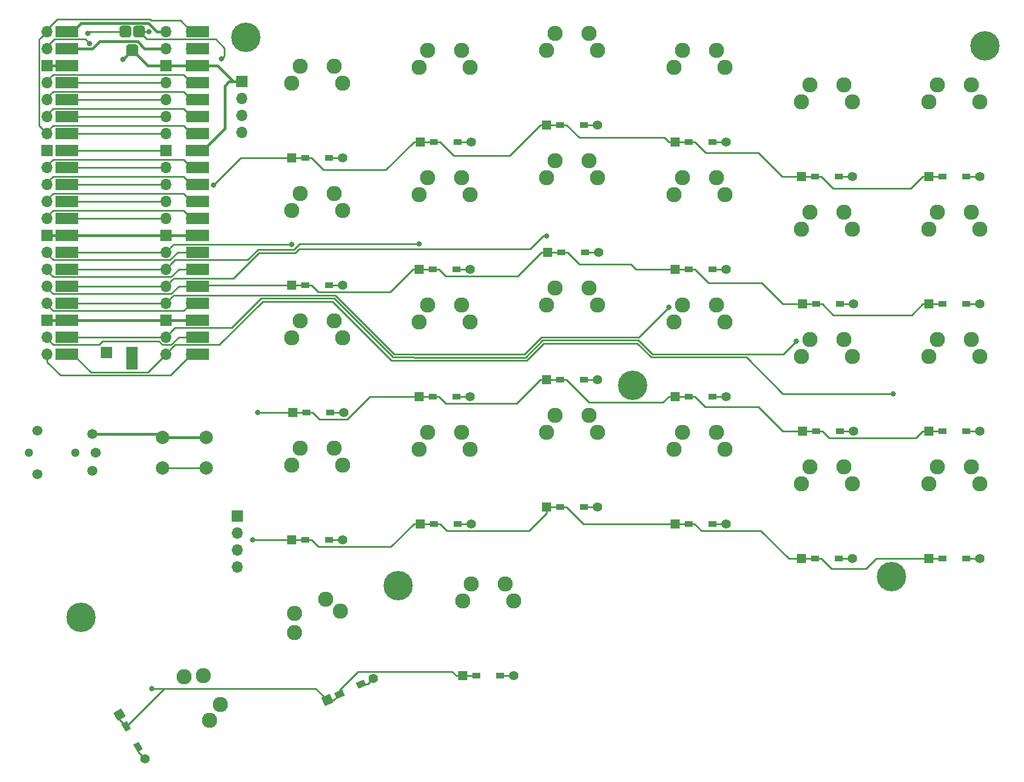
<source format=gbr>
G04 #@! TF.GenerationSoftware,KiCad,Pcbnew,(5.1.4)-1*
G04 #@! TF.CreationDate,2021-06-26T01:07:56+08:00*
G04 #@! TF.ProjectId,Split Keeb,53706c69-7420-44b6-9565-622e6b696361,rev?*
G04 #@! TF.SameCoordinates,Original*
G04 #@! TF.FileFunction,Copper,L2,Bot*
G04 #@! TF.FilePolarity,Positive*
%FSLAX46Y46*%
G04 Gerber Fmt 4.6, Leading zero omitted, Abs format (unit mm)*
G04 Created by KiCad (PCBNEW (5.1.4)-1) date 2021-06-26 01:07:56*
%MOMM*%
%LPD*%
G04 APERTURE LIST*
%ADD10C,2.286000*%
%ADD11R,3.500000X1.700000*%
%ADD12R,1.700000X1.700000*%
%ADD13R,1.700000X3.500000*%
%ADD14O,1.700000X1.700000*%
%ADD15C,0.100000*%
%ADD16C,1.750000*%
%ADD17C,2.000000*%
%ADD18C,1.300000*%
%ADD19C,1.500000*%
%ADD20C,4.400000*%
%ADD21C,1.397000*%
%ADD22R,1.397000X1.397000*%
%ADD23R,1.300000X0.950000*%
%ADD24C,0.950000*%
%ADD25C,0.800000*%
%ADD26C,0.250000*%
%ADD27C,0.400000*%
G04 APERTURE END LIST*
D10*
X136779000Y-136779000D03*
X143129000Y-134239000D03*
X138049000Y-134239000D03*
X144399000Y-136779000D03*
X111608143Y-141508070D03*
X116289747Y-136522422D03*
X111685703Y-138669323D03*
X118514208Y-138287719D03*
X95163705Y-148083471D03*
X100538409Y-152312733D03*
X97998409Y-147913323D03*
X98973705Y-154682585D03*
X206502000Y-119253000D03*
X212852000Y-116713000D03*
X207772000Y-116713000D03*
X214122000Y-119253000D03*
X187452000Y-119253000D03*
X193802000Y-116713000D03*
X188722000Y-116713000D03*
X195072000Y-119253000D03*
X168402000Y-114046000D03*
X174752000Y-111506000D03*
X169672000Y-111506000D03*
X176022000Y-114046000D03*
X149352000Y-111506000D03*
X155702000Y-108966000D03*
X150622000Y-108966000D03*
X156972000Y-111506000D03*
X130302000Y-114046000D03*
X136652000Y-111506000D03*
X131572000Y-111506000D03*
X137922000Y-114046000D03*
X111252000Y-116459000D03*
X117602000Y-113919000D03*
X112522000Y-113919000D03*
X118872000Y-116459000D03*
X206502000Y-100203000D03*
X212852000Y-97663000D03*
X207772000Y-97663000D03*
X214122000Y-100203000D03*
X187452000Y-100203000D03*
X193802000Y-97663000D03*
X188722000Y-97663000D03*
X195072000Y-100203000D03*
X168402000Y-94996000D03*
X174752000Y-92456000D03*
X169672000Y-92456000D03*
X176022000Y-94996000D03*
X149352000Y-92456000D03*
X155702000Y-89916000D03*
X150622000Y-89916000D03*
X156972000Y-92456000D03*
X130302000Y-94996000D03*
X136652000Y-92456000D03*
X131572000Y-92456000D03*
X137922000Y-94996000D03*
X111252000Y-97409000D03*
X117602000Y-94869000D03*
X112522000Y-94869000D03*
X118872000Y-97409000D03*
X206502000Y-81153000D03*
X212852000Y-78613000D03*
X207772000Y-78613000D03*
X214122000Y-81153000D03*
X187452000Y-81153000D03*
X193802000Y-78613000D03*
X188722000Y-78613000D03*
X195072000Y-81153000D03*
X168402000Y-75946000D03*
X174752000Y-73406000D03*
X169672000Y-73406000D03*
X176022000Y-75946000D03*
X149352000Y-73406000D03*
X155702000Y-70866000D03*
X150622000Y-70866000D03*
X156972000Y-73406000D03*
X130302000Y-75946000D03*
X136652000Y-73406000D03*
X131572000Y-73406000D03*
X137922000Y-75946000D03*
X111252000Y-78359000D03*
X117602000Y-75819000D03*
X112522000Y-75819000D03*
X118872000Y-78359000D03*
X206502000Y-62103000D03*
X212852000Y-59563000D03*
X207772000Y-59563000D03*
X214122000Y-62103000D03*
X187452000Y-62103000D03*
X193802000Y-59563000D03*
X188722000Y-59563000D03*
X195072000Y-62103000D03*
X168402000Y-56896000D03*
X174752000Y-54356000D03*
X169672000Y-54356000D03*
X176022000Y-56896000D03*
X149352000Y-54356000D03*
X155702000Y-51816000D03*
X150622000Y-51816000D03*
X156972000Y-54356000D03*
X130302000Y-56896000D03*
X136652000Y-54356000D03*
X131572000Y-54356000D03*
X137922000Y-56896000D03*
X111252000Y-59309000D03*
X117602000Y-56769000D03*
X112522000Y-56769000D03*
X118872000Y-59309000D03*
D11*
X77586000Y-61722000D03*
X77586000Y-99822000D03*
X97166000Y-84582000D03*
X97166000Y-82042000D03*
X97166000Y-79502000D03*
X97166000Y-76962000D03*
X77586000Y-97282000D03*
X77586000Y-82042000D03*
X77586000Y-56642000D03*
X97166000Y-99822000D03*
X97166000Y-74422000D03*
X77586000Y-66802000D03*
X77586000Y-59182000D03*
X97166000Y-71882000D03*
X77586000Y-89662000D03*
D12*
X87376000Y-99592000D03*
D11*
X77586000Y-69342000D03*
X97166000Y-66802000D03*
X97166000Y-64262000D03*
X77586000Y-51562000D03*
X97166000Y-61722000D03*
X97166000Y-59182000D03*
X77586000Y-94742000D03*
X97166000Y-56642000D03*
X97166000Y-89662000D03*
X77586000Y-64262000D03*
X77586000Y-92202000D03*
X97166000Y-97282000D03*
X97166000Y-94742000D03*
X77586000Y-79502000D03*
X77586000Y-87122000D03*
X97166000Y-87122000D03*
X97166000Y-69342000D03*
X97166000Y-54102000D03*
X97166000Y-51562000D03*
D13*
X87376000Y-100492000D03*
D14*
X78486000Y-51562000D03*
D11*
X77586000Y-54102000D03*
X77586000Y-76962000D03*
D14*
X78486000Y-54102000D03*
D12*
X78486000Y-56642000D03*
D11*
X77586000Y-74422000D03*
X77586000Y-71882000D03*
X97166000Y-92202000D03*
X77586000Y-84582000D03*
D14*
X78486000Y-97282000D03*
X96266000Y-54102000D03*
X78486000Y-59182000D03*
X78486000Y-64262000D03*
D12*
X78486000Y-69342000D03*
X78486000Y-94742000D03*
D14*
X96266000Y-66802000D03*
X78486000Y-79502000D03*
D12*
X96266000Y-56642000D03*
D14*
X96266000Y-64262000D03*
X78486000Y-87122000D03*
D15*
G36*
X88872382Y-50694107D02*
G01*
X88914852Y-50700406D01*
X88956500Y-50710839D01*
X88996924Y-50725303D01*
X89035736Y-50743659D01*
X89072562Y-50765732D01*
X89107047Y-50791308D01*
X89138859Y-50820141D01*
X89167692Y-50851953D01*
X89193268Y-50886438D01*
X89215341Y-50923264D01*
X89233697Y-50962076D01*
X89248161Y-51002500D01*
X89258594Y-51044148D01*
X89264893Y-51086618D01*
X89267000Y-51129500D01*
X89267000Y-52004500D01*
X89264893Y-52047382D01*
X89258594Y-52089852D01*
X89248161Y-52131500D01*
X89233697Y-52171924D01*
X89215341Y-52210736D01*
X89193268Y-52247562D01*
X89167692Y-52282047D01*
X89138859Y-52313859D01*
X89107047Y-52342692D01*
X89072562Y-52368268D01*
X89035736Y-52390341D01*
X88996924Y-52408697D01*
X88956500Y-52423161D01*
X88914852Y-52433594D01*
X88872382Y-52439893D01*
X88829500Y-52442000D01*
X87954500Y-52442000D01*
X87911618Y-52439893D01*
X87869148Y-52433594D01*
X87827500Y-52423161D01*
X87787076Y-52408697D01*
X87748264Y-52390341D01*
X87711438Y-52368268D01*
X87676953Y-52342692D01*
X87645141Y-52313859D01*
X87616308Y-52282047D01*
X87590732Y-52247562D01*
X87568659Y-52210736D01*
X87550303Y-52171924D01*
X87535839Y-52131500D01*
X87525406Y-52089852D01*
X87519107Y-52047382D01*
X87517000Y-52004500D01*
X87517000Y-51129500D01*
X87519107Y-51086618D01*
X87525406Y-51044148D01*
X87535839Y-51002500D01*
X87550303Y-50962076D01*
X87568659Y-50923264D01*
X87590732Y-50886438D01*
X87616308Y-50851953D01*
X87645141Y-50820141D01*
X87676953Y-50791308D01*
X87711438Y-50765732D01*
X87748264Y-50743659D01*
X87787076Y-50725303D01*
X87827500Y-50710839D01*
X87869148Y-50700406D01*
X87911618Y-50694107D01*
X87954500Y-50692000D01*
X88829500Y-50692000D01*
X88872382Y-50694107D01*
X88872382Y-50694107D01*
G37*
D16*
X88392000Y-51567000D03*
D15*
G36*
X86840382Y-50694107D02*
G01*
X86882852Y-50700406D01*
X86924500Y-50710839D01*
X86964924Y-50725303D01*
X87003736Y-50743659D01*
X87040562Y-50765732D01*
X87075047Y-50791308D01*
X87106859Y-50820141D01*
X87135692Y-50851953D01*
X87161268Y-50886438D01*
X87183341Y-50923264D01*
X87201697Y-50962076D01*
X87216161Y-51002500D01*
X87226594Y-51044148D01*
X87232893Y-51086618D01*
X87235000Y-51129500D01*
X87235000Y-52004500D01*
X87232893Y-52047382D01*
X87226594Y-52089852D01*
X87216161Y-52131500D01*
X87201697Y-52171924D01*
X87183341Y-52210736D01*
X87161268Y-52247562D01*
X87135692Y-52282047D01*
X87106859Y-52313859D01*
X87075047Y-52342692D01*
X87040562Y-52368268D01*
X87003736Y-52390341D01*
X86964924Y-52408697D01*
X86924500Y-52423161D01*
X86882852Y-52433594D01*
X86840382Y-52439893D01*
X86797500Y-52442000D01*
X85922500Y-52442000D01*
X85879618Y-52439893D01*
X85837148Y-52433594D01*
X85795500Y-52423161D01*
X85755076Y-52408697D01*
X85716264Y-52390341D01*
X85679438Y-52368268D01*
X85644953Y-52342692D01*
X85613141Y-52313859D01*
X85584308Y-52282047D01*
X85558732Y-52247562D01*
X85536659Y-52210736D01*
X85518303Y-52171924D01*
X85503839Y-52131500D01*
X85493406Y-52089852D01*
X85487107Y-52047382D01*
X85485000Y-52004500D01*
X85485000Y-51129500D01*
X85487107Y-51086618D01*
X85493406Y-51044148D01*
X85503839Y-51002500D01*
X85518303Y-50962076D01*
X85536659Y-50923264D01*
X85558732Y-50886438D01*
X85584308Y-50851953D01*
X85613141Y-50820141D01*
X85644953Y-50791308D01*
X85679438Y-50765732D01*
X85716264Y-50743659D01*
X85755076Y-50725303D01*
X85795500Y-50710839D01*
X85837148Y-50700406D01*
X85879618Y-50694107D01*
X85922500Y-50692000D01*
X86797500Y-50692000D01*
X86840382Y-50694107D01*
X86840382Y-50694107D01*
G37*
D16*
X86360000Y-51567000D03*
D14*
X96266000Y-59182000D03*
X96266000Y-76962000D03*
X96266000Y-87122000D03*
X78486000Y-89662000D03*
X78486000Y-71882000D03*
X78486000Y-99822000D03*
X96266000Y-74422000D03*
X78486000Y-74422000D03*
X78486000Y-76962000D03*
D12*
X78486000Y-82042000D03*
D14*
X96266000Y-84582000D03*
X96266000Y-89662000D03*
X78486000Y-66802000D03*
D12*
X96266000Y-82042000D03*
D14*
X96266000Y-99822000D03*
X96266000Y-79502000D03*
X96266000Y-71882000D03*
X96266000Y-61722000D03*
D12*
X96266000Y-69342000D03*
X96266000Y-94742000D03*
D14*
X96266000Y-51562000D03*
X96266000Y-92202000D03*
X78486000Y-84582000D03*
X96266000Y-97282000D03*
D15*
G36*
X87856382Y-53469107D02*
G01*
X87898852Y-53475406D01*
X87940500Y-53485839D01*
X87980924Y-53500303D01*
X88019736Y-53518659D01*
X88056562Y-53540732D01*
X88091047Y-53566308D01*
X88122859Y-53595141D01*
X88151692Y-53626953D01*
X88177268Y-53661438D01*
X88199341Y-53698264D01*
X88217697Y-53737076D01*
X88232161Y-53777500D01*
X88242594Y-53819148D01*
X88248893Y-53861618D01*
X88251000Y-53904500D01*
X88251000Y-54779500D01*
X88248893Y-54822382D01*
X88242594Y-54864852D01*
X88232161Y-54906500D01*
X88217697Y-54946924D01*
X88199341Y-54985736D01*
X88177268Y-55022562D01*
X88151692Y-55057047D01*
X88122859Y-55088859D01*
X88091047Y-55117692D01*
X88056562Y-55143268D01*
X88019736Y-55165341D01*
X87980924Y-55183697D01*
X87940500Y-55198161D01*
X87898852Y-55208594D01*
X87856382Y-55214893D01*
X87813500Y-55217000D01*
X86938500Y-55217000D01*
X86895618Y-55214893D01*
X86853148Y-55208594D01*
X86811500Y-55198161D01*
X86771076Y-55183697D01*
X86732264Y-55165341D01*
X86695438Y-55143268D01*
X86660953Y-55117692D01*
X86629141Y-55088859D01*
X86600308Y-55057047D01*
X86574732Y-55022562D01*
X86552659Y-54985736D01*
X86534303Y-54946924D01*
X86519839Y-54906500D01*
X86509406Y-54864852D01*
X86503107Y-54822382D01*
X86501000Y-54779500D01*
X86501000Y-53904500D01*
X86503107Y-53861618D01*
X86509406Y-53819148D01*
X86519839Y-53777500D01*
X86534303Y-53737076D01*
X86552659Y-53698264D01*
X86574732Y-53661438D01*
X86600308Y-53626953D01*
X86629141Y-53595141D01*
X86660953Y-53566308D01*
X86695438Y-53540732D01*
X86732264Y-53518659D01*
X86771076Y-53500303D01*
X86811500Y-53485839D01*
X86853148Y-53475406D01*
X86895618Y-53469107D01*
X86938500Y-53467000D01*
X87813500Y-53467000D01*
X87856382Y-53469107D01*
X87856382Y-53469107D01*
G37*
D16*
X87376000Y-54342000D03*
D14*
X78486000Y-61722000D03*
X78486000Y-92202000D03*
X74676000Y-51562000D03*
X74676000Y-54102000D03*
D12*
X74676000Y-56642000D03*
D14*
X74676000Y-59182000D03*
X74676000Y-61722000D03*
X74676000Y-64262000D03*
X74676000Y-66802000D03*
D12*
X74676000Y-69342000D03*
D14*
X74676000Y-71882000D03*
X74676000Y-74422000D03*
X74676000Y-76962000D03*
X74676000Y-79502000D03*
D12*
X74676000Y-82042000D03*
D14*
X74676000Y-84582000D03*
X74676000Y-87122000D03*
X74676000Y-89662000D03*
X74676000Y-92202000D03*
D12*
X74676000Y-94742000D03*
D14*
X74676000Y-97282000D03*
X74676000Y-99822000D03*
X92456000Y-99822000D03*
X92456000Y-97282000D03*
D12*
X92456000Y-94742000D03*
D14*
X92456000Y-92202000D03*
X92456000Y-89662000D03*
X92456000Y-87122000D03*
X92456000Y-84582000D03*
D12*
X92456000Y-82042000D03*
D14*
X92456000Y-79502000D03*
X92456000Y-76962000D03*
X92456000Y-74422000D03*
X92456000Y-71882000D03*
D12*
X92456000Y-69342000D03*
D14*
X92456000Y-66802000D03*
X92456000Y-64262000D03*
X92456000Y-61722000D03*
X92456000Y-59182000D03*
D12*
X92456000Y-56642000D03*
D14*
X92456000Y-54102000D03*
X92456000Y-51562000D03*
D12*
X83566000Y-99592000D03*
D14*
X103759000Y-66675000D03*
X103759000Y-64135000D03*
X103759000Y-61595000D03*
D12*
X103759000Y-59055000D03*
D17*
X91925000Y-116840000D03*
X91925000Y-112340000D03*
X98425000Y-116840000D03*
X98425000Y-112340000D03*
D14*
X103124000Y-131699000D03*
X103124000Y-129159000D03*
X103124000Y-126619000D03*
D12*
X103124000Y-124079000D03*
D18*
X78915000Y-114554000D03*
D19*
X73215000Y-117804000D03*
X73215000Y-111304000D03*
X81915000Y-114554000D03*
X81415000Y-117304000D03*
X81415000Y-111804000D03*
D18*
X71915000Y-114554000D03*
D20*
X214884000Y-53721000D03*
X127127000Y-134493000D03*
X162179000Y-104521000D03*
X200914000Y-133096000D03*
X79756000Y-139192000D03*
X104394000Y-52451000D03*
D21*
X144399000Y-147955000D03*
D22*
X136779000Y-147955000D03*
D23*
X138814000Y-147955000D03*
X142364000Y-147955000D03*
D21*
X123440368Y-148361183D03*
X116534302Y-151581535D03*
D15*
G36*
X116196445Y-152509790D02*
G01*
X115606047Y-151243678D01*
X116872159Y-150653280D01*
X117462557Y-151919392D01*
X116196445Y-152509790D01*
X116196445Y-152509790D01*
G37*
D24*
X118378639Y-150721506D03*
D15*
G36*
X117990283Y-151426704D02*
G01*
X117588795Y-150565712D01*
X118766995Y-150016308D01*
X119168483Y-150877300D01*
X117990283Y-151426704D01*
X117990283Y-151426704D01*
G37*
D24*
X121596031Y-149221212D03*
D15*
G36*
X121207675Y-149926410D02*
G01*
X120806187Y-149065418D01*
X121984387Y-148516014D01*
X122385875Y-149377006D01*
X121207675Y-149926410D01*
X121207675Y-149926410D01*
G37*
D21*
X89274834Y-160386719D03*
X85464834Y-153787605D03*
D15*
G36*
X84510665Y-153531936D02*
G01*
X85720503Y-152833436D01*
X86419003Y-154043274D01*
X85209165Y-154741774D01*
X84510665Y-153531936D01*
X84510665Y-153531936D01*
G37*
D24*
X86482334Y-155549967D03*
D15*
G36*
X85745972Y-155224550D02*
G01*
X86568696Y-154749550D01*
X87218696Y-155875384D01*
X86395972Y-156350384D01*
X85745972Y-155224550D01*
X85745972Y-155224550D01*
G37*
D24*
X88257334Y-158624357D03*
D15*
G36*
X87520972Y-158298940D02*
G01*
X88343696Y-157823940D01*
X88993696Y-158949774D01*
X88170972Y-159424774D01*
X87520972Y-158298940D01*
X87520972Y-158298940D01*
G37*
D21*
X214122000Y-130429000D03*
D22*
X206502000Y-130429000D03*
D23*
X208537000Y-130429000D03*
X212087000Y-130429000D03*
D21*
X195072000Y-130429000D03*
D22*
X187452000Y-130429000D03*
D23*
X189487000Y-130429000D03*
X193037000Y-130429000D03*
D21*
X176146000Y-125222000D03*
D22*
X168526000Y-125222000D03*
D23*
X170561000Y-125222000D03*
X174111000Y-125222000D03*
D21*
X156972000Y-122682000D03*
D22*
X149352000Y-122682000D03*
D23*
X151387000Y-122682000D03*
X154937000Y-122682000D03*
D21*
X138049000Y-125222000D03*
D22*
X130429000Y-125222000D03*
D23*
X132464000Y-125222000D03*
X136014000Y-125222000D03*
D21*
X118872000Y-127635000D03*
D22*
X111252000Y-127635000D03*
D23*
X113287000Y-127635000D03*
X116837000Y-127635000D03*
D21*
X214122000Y-111379000D03*
D22*
X206502000Y-111379000D03*
D23*
X208537000Y-111379000D03*
X212087000Y-111379000D03*
D21*
X195199000Y-111379000D03*
D22*
X187579000Y-111379000D03*
D23*
X189614000Y-111379000D03*
X193164000Y-111379000D03*
D21*
X176149000Y-106172000D03*
D22*
X168529000Y-106172000D03*
D23*
X170564000Y-106172000D03*
X174114000Y-106172000D03*
D21*
X156972000Y-103632000D03*
D22*
X149352000Y-103632000D03*
D23*
X151387000Y-103632000D03*
X154937000Y-103632000D03*
D21*
X137922000Y-106172000D03*
D22*
X130302000Y-106172000D03*
D23*
X132337000Y-106172000D03*
X135887000Y-106172000D03*
D21*
X118999000Y-108585000D03*
D22*
X111379000Y-108585000D03*
D23*
X113414000Y-108585000D03*
X116964000Y-108585000D03*
D21*
X214122000Y-92329000D03*
D22*
X206502000Y-92329000D03*
D23*
X208537000Y-92329000D03*
X212087000Y-92329000D03*
D21*
X195199000Y-92329000D03*
D22*
X187579000Y-92329000D03*
D23*
X189614000Y-92329000D03*
X193164000Y-92329000D03*
D21*
X176149000Y-87122000D03*
D22*
X168529000Y-87122000D03*
D23*
X170564000Y-87122000D03*
X174114000Y-87122000D03*
D21*
X157099000Y-84582000D03*
D22*
X149479000Y-84582000D03*
D23*
X151514000Y-84582000D03*
X155064000Y-84582000D03*
D21*
X137922000Y-87122000D03*
D22*
X130302000Y-87122000D03*
D23*
X132337000Y-87122000D03*
X135887000Y-87122000D03*
D21*
X118872000Y-89535000D03*
D22*
X111252000Y-89535000D03*
D23*
X113287000Y-89535000D03*
X116837000Y-89535000D03*
D21*
X214122000Y-73279000D03*
D22*
X206502000Y-73279000D03*
D23*
X208537000Y-73279000D03*
X212087000Y-73279000D03*
D21*
X195072000Y-73279000D03*
D22*
X187452000Y-73279000D03*
D23*
X189487000Y-73279000D03*
X193037000Y-73279000D03*
D21*
X176152000Y-68072000D03*
D22*
X168532000Y-68072000D03*
D23*
X170567000Y-68072000D03*
X174117000Y-68072000D03*
D21*
X156972000Y-65532000D03*
D22*
X149352000Y-65532000D03*
D23*
X151387000Y-65532000D03*
X154937000Y-65532000D03*
D21*
X138049000Y-68072000D03*
D22*
X130429000Y-68072000D03*
D23*
X132464000Y-68072000D03*
X136014000Y-68072000D03*
D21*
X118872000Y-70485000D03*
D22*
X111252000Y-70485000D03*
D23*
X113287000Y-70485000D03*
X116837000Y-70485000D03*
D25*
X99568000Y-74549000D03*
X106172000Y-108585000D03*
X105410000Y-127635000D03*
X90297000Y-149860000D03*
X85979000Y-55753000D03*
X100748000Y-55626000D03*
X89916000Y-51562000D03*
X80716704Y-51823599D03*
X111252000Y-83439000D03*
X130302000Y-83376998D03*
X149352000Y-82169000D03*
X167640000Y-92837000D03*
X186690000Y-97917000D03*
X201168000Y-105791000D03*
X81026000Y-53340000D03*
D26*
X118872000Y-70485000D02*
X116837000Y-70485000D01*
X208537000Y-73279000D02*
X206502000Y-73279000D01*
X205553500Y-73279000D02*
X203775500Y-75057000D01*
X206502000Y-73279000D02*
X205553500Y-73279000D01*
X190387000Y-73279000D02*
X189487000Y-73279000D01*
X192165000Y-75057000D02*
X190387000Y-73279000D01*
X203775500Y-75057000D02*
X192165000Y-75057000D01*
X189487000Y-73279000D02*
X187452000Y-73279000D01*
X187452000Y-73279000D02*
X184531000Y-73279000D01*
X184531000Y-73279000D02*
X180975000Y-69723000D01*
X171467000Y-68072000D02*
X170567000Y-68072000D01*
X173118000Y-69723000D02*
X171467000Y-68072000D01*
X180975000Y-69723000D02*
X173118000Y-69723000D01*
X170567000Y-68072000D02*
X168532000Y-68072000D01*
X151387000Y-65532000D02*
X149352000Y-65532000D01*
X167583500Y-68072000D02*
X166948500Y-67437000D01*
X168532000Y-68072000D02*
X167583500Y-68072000D01*
X152287000Y-65532000D02*
X151387000Y-65532000D01*
X154192000Y-67437000D02*
X152287000Y-65532000D01*
X166948500Y-67437000D02*
X154192000Y-67437000D01*
X130429000Y-68072000D02*
X132464000Y-68072000D01*
X148403500Y-65532000D02*
X143831500Y-70104000D01*
X149352000Y-65532000D02*
X148403500Y-65532000D01*
X133364000Y-68072000D02*
X132464000Y-68072000D01*
X135396000Y-70104000D02*
X133364000Y-68072000D01*
X143831500Y-70104000D02*
X135396000Y-70104000D01*
X113287000Y-70485000D02*
X111252000Y-70485000D01*
X130429000Y-68072000D02*
X129480500Y-68072000D01*
X114187000Y-70485000D02*
X113287000Y-70485000D01*
X115965000Y-72263000D02*
X114187000Y-70485000D01*
X125289500Y-72263000D02*
X115965000Y-72263000D01*
X129480500Y-68072000D02*
X125289500Y-72263000D01*
X111252000Y-70485000D02*
X103632000Y-70485000D01*
X103632000Y-70485000D02*
X99568000Y-74549000D01*
X94359590Y-87122000D02*
X96266000Y-87122000D01*
X93184589Y-88297001D02*
X94359590Y-87122000D01*
X75575999Y-88297001D02*
X93184589Y-88297001D01*
X74676000Y-87397002D02*
X75575999Y-88297001D01*
X74676000Y-87122000D02*
X74676000Y-87397002D01*
X136014000Y-68072000D02*
X138049000Y-68072000D01*
X156972000Y-65532000D02*
X154937000Y-65532000D01*
X174117000Y-68072000D02*
X176152000Y-68072000D01*
X195072000Y-73279000D02*
X193037000Y-73279000D01*
X212087000Y-73279000D02*
X214122000Y-73279000D01*
X116837000Y-89535000D02*
X118872000Y-89535000D01*
X208537000Y-92329000D02*
X206502000Y-92329000D01*
X205553500Y-92329000D02*
X203902500Y-93980000D01*
X206502000Y-92329000D02*
X205553500Y-92329000D01*
X190514000Y-92329000D02*
X189614000Y-92329000D01*
X192165000Y-93980000D02*
X190514000Y-92329000D01*
X203902500Y-93980000D02*
X192165000Y-93980000D01*
X189614000Y-92329000D02*
X187579000Y-92329000D01*
X187579000Y-92329000D02*
X184658000Y-92329000D01*
X184658000Y-92329000D02*
X181483000Y-89154000D01*
X171464000Y-87122000D02*
X170564000Y-87122000D01*
X173496000Y-89154000D02*
X171464000Y-87122000D01*
X181483000Y-89154000D02*
X173496000Y-89154000D01*
X170564000Y-87122000D02*
X168529000Y-87122000D01*
X151514000Y-84582000D02*
X149479000Y-84582000D01*
X168529000Y-87122000D02*
X162687000Y-87122000D01*
X162687000Y-87122000D02*
X161925000Y-86360000D01*
X152414000Y-84582000D02*
X151514000Y-84582000D01*
X154192000Y-86360000D02*
X152414000Y-84582000D01*
X161925000Y-86360000D02*
X154192000Y-86360000D01*
X130302000Y-87122000D02*
X132337000Y-87122000D01*
X133237000Y-87122000D02*
X132337000Y-87122000D01*
X134260501Y-88145501D02*
X133237000Y-87122000D01*
X144966999Y-88145501D02*
X134260501Y-88145501D01*
X148530500Y-84582000D02*
X144966999Y-88145501D01*
X149479000Y-84582000D02*
X148530500Y-84582000D01*
X111252000Y-89535000D02*
X113287000Y-89535000D01*
X114187000Y-89535000D02*
X113287000Y-89535000D01*
X115210501Y-90558501D02*
X114187000Y-89535000D01*
X125916999Y-90558501D02*
X115210501Y-90558501D01*
X129353500Y-87122000D02*
X125916999Y-90558501D01*
X130302000Y-87122000D02*
X129353500Y-87122000D01*
X96393000Y-89535000D02*
X96266000Y-89662000D01*
X111252000Y-89535000D02*
X96393000Y-89535000D01*
X74676000Y-89937002D02*
X74676000Y-89662000D01*
X75575999Y-90837001D02*
X74676000Y-89937002D01*
X93184589Y-90837001D02*
X75575999Y-90837001D01*
X94359590Y-89662000D02*
X93184589Y-90837001D01*
X96266000Y-89662000D02*
X94359590Y-89662000D01*
X135887000Y-87122000D02*
X137922000Y-87122000D01*
X155064000Y-84582000D02*
X157099000Y-84582000D01*
X176149000Y-87122000D02*
X174114000Y-87122000D01*
X193164000Y-92329000D02*
X195199000Y-92329000D01*
X212087000Y-92329000D02*
X214122000Y-92329000D01*
X118999000Y-108585000D02*
X116964000Y-108585000D01*
X208537000Y-111379000D02*
X206502000Y-111379000D01*
X190514000Y-111379000D02*
X189614000Y-111379000D01*
X191537501Y-112402501D02*
X190514000Y-111379000D01*
X204529999Y-112402501D02*
X191537501Y-112402501D01*
X205553500Y-111379000D02*
X204529999Y-112402501D01*
X206502000Y-111379000D02*
X205553500Y-111379000D01*
X189614000Y-111379000D02*
X187579000Y-111379000D01*
X187579000Y-111379000D02*
X184658000Y-111379000D01*
X184658000Y-111379000D02*
X180975000Y-107696000D01*
X171464000Y-106172000D02*
X170564000Y-106172000D01*
X172988000Y-107696000D02*
X171464000Y-106172000D01*
X180975000Y-107696000D02*
X172988000Y-107696000D01*
X170564000Y-106172000D02*
X168529000Y-106172000D01*
X151387000Y-103632000D02*
X149352000Y-103632000D01*
X152287000Y-103632000D02*
X151387000Y-103632000D01*
X155701001Y-107046001D02*
X152287000Y-103632000D01*
X166706499Y-107046001D02*
X155701001Y-107046001D01*
X167580500Y-106172000D02*
X166706499Y-107046001D01*
X168529000Y-106172000D02*
X167580500Y-106172000D01*
X132337000Y-106172000D02*
X130302000Y-106172000D01*
X133237000Y-106172000D02*
X132337000Y-106172000D01*
X134260501Y-107195501D02*
X133237000Y-106172000D01*
X144839999Y-107195501D02*
X134260501Y-107195501D01*
X148403500Y-103632000D02*
X144839999Y-107195501D01*
X149352000Y-103632000D02*
X148403500Y-103632000D01*
X114314000Y-108585000D02*
X113414000Y-108585000D01*
X115337501Y-109608501D02*
X114314000Y-108585000D01*
X119490281Y-109608501D02*
X115337501Y-109608501D01*
X122926782Y-106172000D02*
X119490281Y-109608501D01*
X130302000Y-106172000D02*
X122926782Y-106172000D01*
X113414000Y-108585000D02*
X111379000Y-108585000D01*
X111379000Y-108585000D02*
X106172000Y-108585000D01*
X95090999Y-93377001D02*
X96266000Y-92202000D01*
X75575999Y-93377001D02*
X95090999Y-93377001D01*
X74676000Y-92477002D02*
X75575999Y-93377001D01*
X74676000Y-92202000D02*
X74676000Y-92477002D01*
X137922000Y-106172000D02*
X135887000Y-106172000D01*
X156972000Y-103632000D02*
X154937000Y-103632000D01*
X174114000Y-106172000D02*
X176149000Y-106172000D01*
X195199000Y-111379000D02*
X193164000Y-111379000D01*
X212087000Y-111379000D02*
X214122000Y-111379000D01*
X116837000Y-127635000D02*
X118872000Y-127635000D01*
X208537000Y-130429000D02*
X206502000Y-130429000D01*
X206502000Y-130429000D02*
X198628000Y-130429000D01*
X190387000Y-130429000D02*
X189487000Y-130429000D01*
X191911000Y-131953000D02*
X190387000Y-130429000D01*
X197104000Y-131953000D02*
X191911000Y-131953000D01*
X198628000Y-130429000D02*
X197104000Y-131953000D01*
X189487000Y-130429000D02*
X187452000Y-130429000D01*
X187452000Y-130429000D02*
X185547000Y-130429000D01*
X171461000Y-125222000D02*
X170561000Y-125222000D01*
X172484501Y-126245501D02*
X171461000Y-125222000D01*
X181363501Y-126245501D02*
X172484501Y-126245501D01*
X185547000Y-130429000D02*
X181363501Y-126245501D01*
X170561000Y-125222000D02*
X168526000Y-125222000D01*
X151387000Y-122682000D02*
X149352000Y-122682000D01*
X152287000Y-122682000D02*
X151387000Y-122682000D01*
X154827000Y-125222000D02*
X152287000Y-122682000D01*
X168526000Y-125222000D02*
X154827000Y-125222000D01*
X132464000Y-125222000D02*
X130429000Y-125222000D01*
X133364000Y-125222000D02*
X132464000Y-125222000D01*
X134387501Y-126245501D02*
X133364000Y-125222000D01*
X146736999Y-126245501D02*
X134387501Y-126245501D01*
X149352000Y-123630500D02*
X146736999Y-126245501D01*
X149352000Y-122682000D02*
X149352000Y-123630500D01*
X114187000Y-127635000D02*
X113287000Y-127635000D01*
X115210501Y-128658501D02*
X114187000Y-127635000D01*
X126043999Y-128658501D02*
X115210501Y-128658501D01*
X129480500Y-125222000D02*
X126043999Y-128658501D01*
X130429000Y-125222000D02*
X129480500Y-125222000D01*
X111252000Y-127635000D02*
X105410000Y-127635000D01*
X94359590Y-97282000D02*
X96266000Y-97282000D01*
X91891999Y-98457001D02*
X93184589Y-98457001D01*
X91351998Y-97917000D02*
X91891999Y-98457001D01*
X82955998Y-97917000D02*
X91351998Y-97917000D01*
X82415997Y-98457001D02*
X82955998Y-97917000D01*
X93184589Y-98457001D02*
X94359590Y-97282000D01*
X75575999Y-98457001D02*
X82415997Y-98457001D01*
X74676000Y-97557002D02*
X75575999Y-98457001D01*
X74676000Y-97282000D02*
X74676000Y-97557002D01*
X113287000Y-127635000D02*
X111252000Y-127635000D01*
X138049000Y-125222000D02*
X136014000Y-125222000D01*
X154937000Y-122682000D02*
X156972000Y-122682000D01*
X174111000Y-125222000D02*
X176146000Y-125222000D01*
X195072000Y-130429000D02*
X193037000Y-130429000D01*
X212087000Y-130429000D02*
X214122000Y-130429000D01*
X88257334Y-159369219D02*
X89274834Y-160386719D01*
X88257334Y-158624357D02*
X88257334Y-159369219D01*
X136779000Y-147955000D02*
X138814000Y-147955000D01*
X117518610Y-151581535D02*
X118378639Y-150721506D01*
X116534302Y-151581535D02*
X117518610Y-151581535D01*
X85464834Y-154532467D02*
X86482334Y-155549967D01*
X85464834Y-153787605D02*
X85464834Y-154532467D01*
X115937980Y-150985213D02*
X116534302Y-151581535D01*
X114812767Y-149860000D02*
X115937980Y-150985213D01*
X92172301Y-149860000D02*
X114812767Y-149860000D01*
X86482334Y-155549967D02*
X92172301Y-149860000D01*
X135830500Y-147955000D02*
X136779000Y-147955000D01*
X135213182Y-147337682D02*
X135830500Y-147955000D01*
X121138359Y-147337682D02*
X135213182Y-147337682D01*
X118378639Y-150097402D02*
X121138359Y-147337682D01*
X118378639Y-150721506D02*
X118378639Y-150097402D01*
X92172301Y-149860000D02*
X90297000Y-149860000D01*
X93070989Y-103017011D02*
X96266000Y-99822000D01*
X76668930Y-103017011D02*
X93070989Y-103017011D01*
X74676000Y-101024081D02*
X76668930Y-103017011D01*
X74676000Y-99822000D02*
X74676000Y-101024081D01*
X122580339Y-149221212D02*
X123440368Y-148361183D01*
X121596031Y-149221212D02*
X122580339Y-149221212D01*
X142364000Y-147955000D02*
X144399000Y-147955000D01*
D27*
X79756010Y-50291990D02*
X78486000Y-51562000D01*
X89829992Y-50291990D02*
X79756010Y-50291990D01*
X91100002Y-51562000D02*
X89829992Y-50291990D01*
X92456000Y-51562000D02*
X91100002Y-51562000D01*
X91925000Y-112340000D02*
X98425000Y-112340000D01*
X91389000Y-111804000D02*
X91925000Y-112340000D01*
X81415000Y-111804000D02*
X91389000Y-111804000D01*
X96266000Y-94742000D02*
X92456000Y-94742000D01*
X78486000Y-94742000D02*
X74676000Y-94742000D01*
X74676000Y-82042000D02*
X78486000Y-82042000D01*
X92456000Y-82042000D02*
X96266000Y-82042000D01*
X74676000Y-56642000D02*
X78486000Y-56642000D01*
X92456000Y-56642000D02*
X96266000Y-56642000D01*
X89676000Y-56642000D02*
X87376000Y-54342000D01*
X92456000Y-56642000D02*
X89676000Y-56642000D01*
X87376000Y-54342000D02*
X87376000Y-54356000D01*
X87376000Y-54356000D02*
X85979000Y-55753000D01*
X100096000Y-56642000D02*
X96266000Y-56642000D01*
X102509000Y-59055000D02*
X100096000Y-56642000D01*
X103759000Y-59055000D02*
X102509000Y-59055000D01*
X102509000Y-59055000D02*
X101854000Y-59055000D01*
X101854000Y-59055000D02*
X101219000Y-59690000D01*
X97946002Y-69342000D02*
X96266000Y-69342000D01*
X101219000Y-66069002D02*
X97946002Y-69342000D01*
X101219000Y-59690000D02*
X101219000Y-66069002D01*
X91206000Y-82042000D02*
X78486000Y-82042000D01*
X92456000Y-82042000D02*
X91206000Y-82042000D01*
X91206000Y-94742000D02*
X78486000Y-94742000D01*
X92456000Y-94742000D02*
X91206000Y-94742000D01*
D26*
X78486000Y-59182000D02*
X92456000Y-59182000D01*
X78486000Y-61722000D02*
X92456000Y-61722000D01*
X78486000Y-66802000D02*
X92456000Y-66802000D01*
X94195002Y-84582000D02*
X96266000Y-84582000D01*
X93020001Y-85757001D02*
X94195002Y-84582000D01*
X75575999Y-85757001D02*
X93020001Y-85757001D01*
X74676000Y-84857002D02*
X75575999Y-85757001D01*
X74676000Y-84582000D02*
X74676000Y-84857002D01*
X78486000Y-64262000D02*
X92456000Y-64262000D01*
X78486000Y-69342000D02*
X92456000Y-69342000D01*
X78486000Y-71882000D02*
X92456000Y-71882000D01*
X78486000Y-74422000D02*
X92456000Y-74422000D01*
X91925000Y-116840000D02*
X98425000Y-116840000D01*
X78486000Y-76962000D02*
X92456000Y-76962000D01*
X78486000Y-79502000D02*
X92456000Y-79502000D01*
X95090999Y-78326999D02*
X96266000Y-79502000D01*
X75575999Y-78326999D02*
X95090999Y-78326999D01*
X74676000Y-79226998D02*
X75575999Y-78326999D01*
X74676000Y-79502000D02*
X74676000Y-79226998D01*
X95090999Y-63086999D02*
X96266000Y-64262000D01*
X75575999Y-63086999D02*
X95090999Y-63086999D01*
X74676000Y-63986998D02*
X75575999Y-63086999D01*
X74676000Y-64262000D02*
X74676000Y-63986998D01*
X95090999Y-58006999D02*
X96266000Y-59182000D01*
X75575999Y-58006999D02*
X95090999Y-58006999D01*
X74676000Y-58906998D02*
X75575999Y-58006999D01*
X74676000Y-59182000D02*
X74676000Y-58906998D01*
X95090999Y-75786999D02*
X96266000Y-76962000D01*
X75575999Y-75786999D02*
X95090999Y-75786999D01*
X74676000Y-76686998D02*
X75575999Y-75786999D01*
X74676000Y-76962000D02*
X74676000Y-76686998D01*
X95090999Y-73246999D02*
X96266000Y-74422000D01*
X75575999Y-73246999D02*
X95090999Y-73246999D01*
X74676000Y-74146998D02*
X75575999Y-73246999D01*
X74676000Y-74422000D02*
X74676000Y-74146998D01*
X95090999Y-70706999D02*
X96266000Y-71882000D01*
X75575999Y-70706999D02*
X95090999Y-70706999D01*
X74676000Y-71606998D02*
X75575999Y-70706999D01*
X74676000Y-71882000D02*
X74676000Y-71606998D01*
X95090999Y-65626999D02*
X96266000Y-66802000D01*
X75575999Y-65626999D02*
X95090999Y-65626999D01*
X74676000Y-66526998D02*
X75575999Y-65626999D01*
X74676000Y-66802000D02*
X74676000Y-66526998D01*
X89209569Y-52384569D02*
X88392000Y-51567000D01*
X89562001Y-52737001D02*
X89209569Y-52384569D01*
X99854001Y-52737001D02*
X89562001Y-52737001D01*
X101147999Y-54030999D02*
X99854001Y-52737001D01*
X101147999Y-55226001D02*
X101147999Y-54030999D01*
X100748000Y-55626000D02*
X101147999Y-55226001D01*
X88392000Y-51567000D02*
X89911000Y-51567000D01*
X89911000Y-51567000D02*
X89916000Y-51562000D01*
X86360000Y-51567000D02*
X80973303Y-51567000D01*
X80973303Y-51567000D02*
X80716704Y-51823599D01*
X93305999Y-83732001D02*
X92456000Y-84582000D01*
X93631001Y-83406999D02*
X93305999Y-83732001D01*
X99176001Y-83406999D02*
X93631001Y-83406999D01*
X99208002Y-83439000D02*
X99176001Y-83406999D01*
X111252000Y-83439000D02*
X99208002Y-83439000D01*
X78486000Y-84582000D02*
X92456000Y-84582000D01*
X112387004Y-83376998D02*
X111600001Y-84164001D01*
X130302000Y-83376998D02*
X112387004Y-83376998D01*
X111600001Y-84164001D02*
X106208999Y-84164001D01*
X93305999Y-86272001D02*
X92456000Y-87122000D01*
X93820999Y-85757001D02*
X93305999Y-86272001D01*
X104615999Y-85757001D02*
X93820999Y-85757001D01*
X106208999Y-84164001D02*
X104615999Y-85757001D01*
X78486000Y-87122000D02*
X92456000Y-87122000D01*
X146853316Y-84101999D02*
X112298413Y-84101999D01*
X149352000Y-82169000D02*
X148786315Y-82169000D01*
X148786315Y-82169000D02*
X146853316Y-84101999D01*
X112298413Y-84101999D02*
X111691412Y-84709000D01*
X111691412Y-84709000D02*
X106300410Y-84709000D01*
X93305999Y-88812001D02*
X92456000Y-89662000D01*
X93631001Y-88486999D02*
X93305999Y-88812001D01*
X102522411Y-88486999D02*
X93631001Y-88486999D01*
X106300410Y-84709000D02*
X102522411Y-88486999D01*
X78486000Y-89662000D02*
X92456000Y-89662000D01*
X163162099Y-97314901D02*
X148557099Y-97314901D01*
X167640000Y-92837000D02*
X163162099Y-97314901D01*
X146017099Y-99854901D02*
X126524901Y-99854901D01*
X148557099Y-97314901D02*
X146017099Y-99854901D01*
X126524901Y-99854901D02*
X117729000Y-91059000D01*
X93305999Y-91352001D02*
X92456000Y-92202000D01*
X93631001Y-91026999D02*
X93305999Y-91352001D01*
X99176001Y-91026999D02*
X93631001Y-91026999D01*
X99208002Y-91059000D02*
X99176001Y-91026999D01*
X117729000Y-91059000D02*
X99208002Y-91059000D01*
X78486000Y-92202000D02*
X92456000Y-92202000D01*
X93820999Y-95917001D02*
X93305999Y-96432001D01*
X106680000Y-91509010D02*
X102272009Y-95917001D01*
X117542600Y-91509010D02*
X106680000Y-91509010D01*
X126338500Y-100304910D02*
X117542600Y-91509010D01*
X102272009Y-95917001D02*
X93820999Y-95917001D01*
X129514911Y-100304911D02*
X126338500Y-100304910D01*
X93305999Y-96432001D02*
X92456000Y-97282000D01*
X129540000Y-100330000D02*
X129514911Y-100304911D01*
X186690000Y-97917000D02*
X184752099Y-99854901D01*
X163042911Y-97764911D02*
X148743499Y-97764911D01*
X165132901Y-99854901D02*
X163042911Y-97764911D01*
X148743499Y-97764911D02*
X146178410Y-100330000D01*
X184752099Y-99854901D02*
X165132901Y-99854901D01*
X146178410Y-100330000D02*
X129540000Y-100330000D01*
X78486000Y-97282000D02*
X92456000Y-97282000D01*
X93305999Y-98972001D02*
X92456000Y-99822000D01*
X100368419Y-98457001D02*
X93820999Y-98457001D01*
X126152099Y-100754919D02*
X117356200Y-91959020D01*
X128948920Y-100754920D02*
X126152099Y-100754919D01*
X117356200Y-91959020D02*
X106866400Y-91959020D01*
X146364810Y-100780010D02*
X128974010Y-100780010D01*
X201168000Y-105791000D02*
X184658000Y-105791000D01*
X106866400Y-91959020D02*
X100368419Y-98457001D01*
X128974010Y-100780010D02*
X128948920Y-100754920D01*
X184658000Y-105791000D02*
X179171911Y-100304911D01*
X179171911Y-100304911D02*
X164946500Y-100304910D01*
X93820999Y-98457001D02*
X93305999Y-98972001D01*
X164946500Y-100304910D02*
X162856511Y-98214921D01*
X162856511Y-98214921D02*
X148929899Y-98214921D01*
X148929899Y-98214921D02*
X146364810Y-100780010D01*
X91606001Y-100671999D02*
X92456000Y-99822000D01*
X89710999Y-102567001D02*
X91606001Y-100671999D01*
X81231001Y-102567001D02*
X89710999Y-102567001D01*
X78486000Y-99822000D02*
X81231001Y-102567001D01*
D27*
X78524001Y-54140001D02*
X78486000Y-54102000D01*
X81410001Y-54140001D02*
X78524001Y-54140001D01*
X82483012Y-53066990D02*
X81410001Y-54140001D01*
X88160410Y-53066990D02*
X82483012Y-53066990D01*
X89195420Y-54102000D02*
X88160410Y-53066990D01*
X92456000Y-54102000D02*
X89195420Y-54102000D01*
D26*
X95090999Y-60546999D02*
X96266000Y-61722000D01*
X75575999Y-60546999D02*
X95090999Y-60546999D01*
X74676000Y-61446998D02*
X75575999Y-60546999D01*
X74676000Y-61722000D02*
X74676000Y-61446998D01*
X80423001Y-52737001D02*
X81026000Y-53340000D01*
X75765997Y-52737001D02*
X80423001Y-52737001D01*
X74676000Y-54102000D02*
X74676000Y-53826998D01*
X74676000Y-53826998D02*
X75765997Y-52737001D01*
X74676000Y-51286998D02*
X74676000Y-51562000D01*
X76196018Y-49766980D02*
X74676000Y-51286998D01*
X90047458Y-49766980D02*
X76196018Y-49766980D01*
X90197458Y-49916980D02*
X90047458Y-49766980D01*
X94620980Y-49916980D02*
X90197458Y-49916980D01*
X96266000Y-51562000D02*
X94620980Y-49916980D01*
X73826001Y-52411999D02*
X74676000Y-51562000D01*
X73500999Y-52737001D02*
X73826001Y-52411999D01*
X73500999Y-65626999D02*
X73500999Y-52737001D01*
X74676000Y-66802000D02*
X73500999Y-65626999D01*
M02*

</source>
